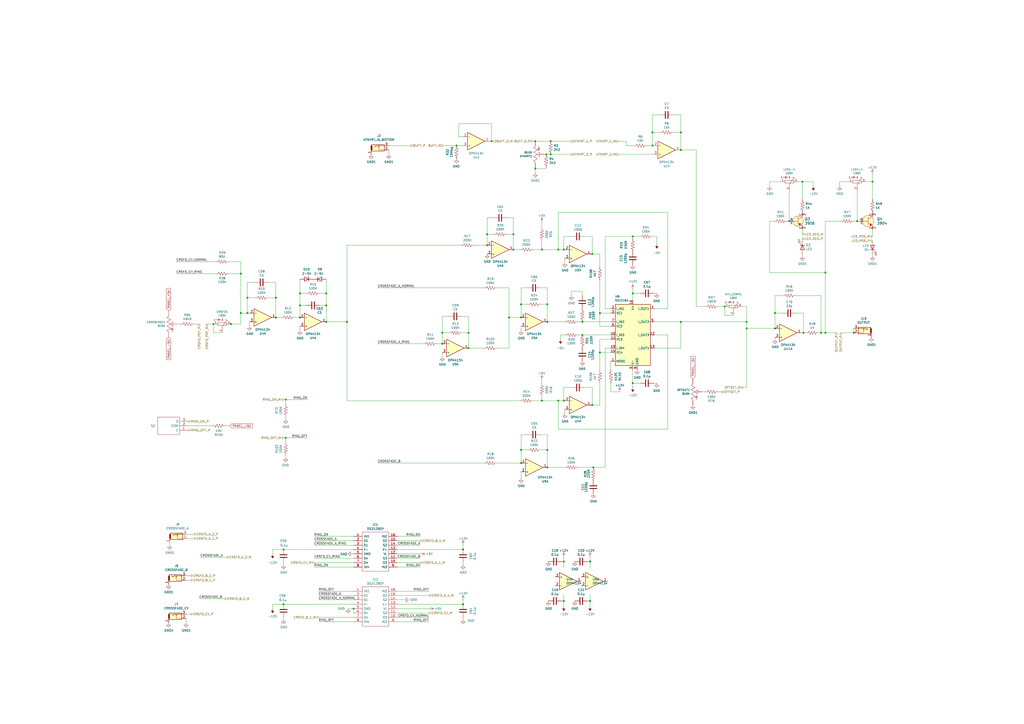
<source format=kicad_sch>
(kicad_sch (version 20210406) (generator eeschema)
  (paper "A2")
  (title_block (title "Voltage Processor") (date "2021-05-28") (rev "6") (company "Triglav Modular") (comment 1 "Voltage Processor Block"))
  (junction (at 123.825 187.96) (diameter 0.9144))
  (junction (at 133.985 187.96) (diameter 0.9144))
  (junction (at 139.7 158.75) (diameter 0.9144))
  (junction (at 139.7 181.61) (diameter 0.9144))
  (junction (at 143.51 172.72) (diameter 0.9144))
  (junction (at 143.51 181.61) (diameter 0.9144))
  (junction (at 160.02 172.72) (diameter 0.9144))
  (junction (at 160.02 184.15) (diameter 0.9144))
  (junction (at 164.465 318.77) (diameter 0.9144))
  (junction (at 164.465 350.52) (diameter 0.9144))
  (junction (at 165.735 231.775) (diameter 0.9144))
  (junction (at 165.735 254) (diameter 0.9144))
  (junction (at 173.99 170.18) (diameter 0.9144))
  (junction (at 173.99 177.165) (diameter 0.9144))
  (junction (at 173.99 184.15) (diameter 0.9144))
  (junction (at 189.23 170.18) (diameter 0.9144))
  (junction (at 189.23 177.165) (diameter 0.9144))
  (junction (at 189.23 186.69) (diameter 0.9144))
  (junction (at 201.295 186.69) (diameter 0.9144))
  (junction (at 205.105 353.06) (diameter 0.9144))
  (junction (at 256.54 193.04) (diameter 0.9144))
  (junction (at 256.54 199.39) (diameter 0.9144))
  (junction (at 264.795 84.455) (diameter 0.9144))
  (junction (at 268.605 318.77) (diameter 0.9144))
  (junction (at 268.605 350.52) (diameter 0.9144))
  (junction (at 271.78 193.04) (diameter 0.9144))
  (junction (at 271.78 201.93) (diameter 0.9144))
  (junction (at 282.575 135.89) (diameter 0.9144))
  (junction (at 282.575 142.24) (diameter 0.9144))
  (junction (at 285.115 81.915) (diameter 0.9144))
  (junction (at 295.275 184.15) (diameter 0.9144))
  (junction (at 297.815 135.89) (diameter 0.9144))
  (junction (at 297.815 144.78) (diameter 0.9144))
  (junction (at 302.26 176.53) (diameter 0.9144))
  (junction (at 302.26 184.15) (diameter 0.9144))
  (junction (at 302.26 260.985) (diameter 0.9144))
  (junction (at 302.26 268.605) (diameter 0.9144))
  (junction (at 310.515 81.915) (diameter 0.9144))
  (junction (at 310.515 97.79) (diameter 0.9144))
  (junction (at 314.325 144.78) (diameter 0.9144))
  (junction (at 314.325 232.41) (diameter 0.9144))
  (junction (at 316.865 89.535) (diameter 0.9144))
  (junction (at 317.5 176.53) (diameter 0.9144))
  (junction (at 317.5 186.69) (diameter 0.9144))
  (junction (at 317.5 260.985) (diameter 0.9144))
  (junction (at 317.5 271.145) (diameter 0.9144))
  (junction (at 319.405 81.915) (diameter 0.9144))
  (junction (at 319.405 89.535) (diameter 0.9144))
  (junction (at 323.85 144.78) (diameter 0.9144))
  (junction (at 323.85 232.41) (diameter 0.9144))
  (junction (at 327.025 144.78) (diameter 0.9144))
  (junction (at 327.025 232.41) (diameter 0.9144))
  (junction (at 327.025 325.755) (diameter 0.9144))
  (junction (at 327.025 348.615) (diameter 0.9144))
  (junction (at 337.82 186.69) (diameter 0.9144))
  (junction (at 337.82 194.31) (diameter 0.9144))
  (junction (at 342.265 325.755) (diameter 0.9144))
  (junction (at 342.265 348.615) (diameter 0.9144))
  (junction (at 343.535 147.32) (diameter 0.9144))
  (junction (at 343.535 234.95) (diameter 0.9144))
  (junction (at 344.17 271.145) (diameter 0.9144))
  (junction (at 347.98 181.61) (diameter 0.9144))
  (junction (at 347.98 204.47) (diameter 0.9144))
  (junction (at 367.03 137.16) (diameter 0.9144))
  (junction (at 367.03 170.18) (diameter 0.9144))
  (junction (at 367.03 222.25) (diameter 0.9144))
  (junction (at 378.46 76.835) (diameter 0.9144))
  (junction (at 378.46 84.455) (diameter 0.9144))
  (junction (at 394.97 76.835) (diameter 0.9144))
  (junction (at 394.97 86.995) (diameter 0.9144))
  (junction (at 394.97 186.69) (diameter 0.9144))
  (junction (at 420.37 177.8) (diameter 0.9144))
  (junction (at 433.07 186.69) (diameter 0.9144))
  (junction (at 433.07 190.5) (diameter 0.9144))
  (junction (at 449.58 181.61) (diameter 0.9144))
  (junction (at 449.58 190.5) (diameter 0.9144))
  (junction (at 457.835 128.27) (diameter 0.9144))
  (junction (at 465.455 105.41) (diameter 0.9144))
  (junction (at 466.09 193.04) (diameter 0.9144))
  (junction (at 476.25 193.04) (diameter 0.9144))
  (junction (at 478.79 158.115) (diameter 0.9144))
  (junction (at 478.79 193.04) (diameter 0.9144))
  (junction (at 495.3 193.04) (diameter 0.9144))
  (junction (at 497.205 128.27) (diameter 0.9144))
  (junction (at 506.095 105.41) (diameter 0.9144))
  (wire (pts (xy 98.425 314.96) (xy 98.425 316.23)))
  (wire (pts (xy 102.235 151.765) (xy 125.095 151.765)))
  (wire (pts (xy 102.235 158.75) (xy 125.095 158.75)))
  (wire (pts (xy 104.775 187.96) (xy 102.87 187.96)))
  (wire (pts (xy 107.95 356.235) (xy 110.49 356.235)))
  (wire (pts (xy 107.95 358.775) (xy 107.95 361.315)))
  (wire (pts (xy 110.49 334.01) (xy 107.95 334.01)))
  (wire (pts (xy 110.49 336.55) (xy 107.95 336.55)))
  (wire (pts (xy 112.395 309.88) (xy 108.585 309.88)))
  (wire (pts (xy 112.395 312.42) (xy 108.585 312.42)))
  (wire (pts (xy 115.57 187.96) (xy 112.395 187.96)))
  (wire (pts (xy 115.57 347.345) (xy 130.175 347.345)))
  (wire (pts (xy 116.205 323.215) (xy 131.445 323.215)))
  (wire (pts (xy 120.015 187.96) (xy 123.825 187.96)))
  (wire (pts (xy 123.19 247.015) (xy 109.22 247.015)))
  (wire (pts (xy 123.825 187.96) (xy 123.825 193.04)))
  (wire (pts (xy 128.905 193.04) (xy 123.825 193.04)))
  (wire (pts (xy 132.715 151.765) (xy 139.7 151.765)))
  (wire (pts (xy 132.715 158.75) (xy 139.7 158.75)))
  (wire (pts (xy 133.35 187.96) (xy 133.985 187.96)))
  (wire (pts (xy 133.35 247.015) (xy 130.81 247.015)))
  (wire (pts (xy 133.985 187.96) (xy 139.7 187.96)))
  (wire (pts (xy 139.7 151.765) (xy 139.7 158.75)))
  (wire (pts (xy 139.7 158.75) (xy 139.7 181.61)))
  (wire (pts (xy 139.7 181.61) (xy 139.7 187.96)))
  (wire (pts (xy 143.51 163.83) (xy 143.51 172.72)))
  (wire (pts (xy 143.51 172.72) (xy 143.51 181.61)))
  (wire (pts (xy 143.51 181.61) (xy 139.7 181.61)))
  (wire (pts (xy 144.78 181.61) (xy 143.51 181.61)))
  (wire (pts (xy 144.78 189.23) (xy 144.78 186.69)))
  (wire (pts (xy 147.955 163.83) (xy 143.51 163.83)))
  (wire (pts (xy 147.955 172.72) (xy 143.51 172.72)))
  (wire (pts (xy 155.575 163.83) (xy 160.02 163.83)))
  (wire (pts (xy 155.575 172.72) (xy 160.02 172.72)))
  (wire (pts (xy 158.115 318.77) (xy 158.115 321.31)))
  (wire (pts (xy 158.115 318.77) (xy 164.465 318.77)))
  (wire (pts (xy 158.115 350.52) (xy 158.115 353.06)))
  (wire (pts (xy 158.115 350.52) (xy 164.465 350.52)))
  (wire (pts (xy 160.02 163.83) (xy 160.02 172.72)))
  (wire (pts (xy 160.02 172.72) (xy 160.02 184.15)))
  (wire (pts (xy 163.195 184.15) (xy 160.02 184.15)))
  (wire (pts (xy 164.465 231.775) (xy 165.735 231.775)))
  (wire (pts (xy 164.465 318.77) (xy 205.105 318.77)))
  (wire (pts (xy 164.465 327.66) (xy 164.465 326.39)))
  (wire (pts (xy 164.465 350.52) (xy 205.105 350.52)))
  (wire (pts (xy 164.465 359.41) (xy 164.465 358.14)))
  (wire (pts (xy 165.735 231.775) (xy 178.435 231.775)))
  (wire (pts (xy 165.735 234.315) (xy 165.735 231.775)))
  (wire (pts (xy 165.735 243.205) (xy 165.735 241.935)))
  (wire (pts (xy 165.735 254) (xy 164.465 254)))
  (wire (pts (xy 165.735 256.54) (xy 165.735 254)))
  (wire (pts (xy 165.735 265.43) (xy 165.735 264.16)))
  (wire (pts (xy 170.815 184.15) (xy 173.99 184.15)))
  (wire (pts (xy 173.99 161.925) (xy 173.99 170.18)))
  (wire (pts (xy 173.99 170.18) (xy 173.99 177.165)))
  (wire (pts (xy 173.99 177.165) (xy 177.8 177.165)))
  (wire (pts (xy 173.99 184.15) (xy 173.99 177.165)))
  (wire (pts (xy 173.99 191.77) (xy 173.99 189.23)))
  (wire (pts (xy 177.8 170.18) (xy 173.99 170.18)))
  (wire (pts (xy 178.435 254) (xy 165.735 254)))
  (wire (pts (xy 182.245 311.15) (xy 205.105 311.15)))
  (wire (pts (xy 182.245 313.69) (xy 205.105 313.69)))
  (wire (pts (xy 182.245 316.23) (xy 205.105 316.23)))
  (wire (pts (xy 182.245 323.85) (xy 205.105 323.85)))
  (wire (pts (xy 182.245 326.39) (xy 205.105 326.39)))
  (wire (pts (xy 182.245 328.93) (xy 205.105 328.93)))
  (wire (pts (xy 184.785 342.9) (xy 205.105 342.9)))
  (wire (pts (xy 184.785 345.44) (xy 205.105 345.44)))
  (wire (pts (xy 184.785 347.98) (xy 205.105 347.98)))
  (wire (pts (xy 184.785 358.14) (xy 205.105 358.14)))
  (wire (pts (xy 184.785 360.68) (xy 205.105 360.68)))
  (wire (pts (xy 185.42 170.18) (xy 189.23 170.18)))
  (wire (pts (xy 185.42 177.165) (xy 189.23 177.165)))
  (wire (pts (xy 189.23 161.925) (xy 189.23 170.18)))
  (wire (pts (xy 189.23 170.18) (xy 189.23 177.165)))
  (wire (pts (xy 189.23 177.165) (xy 189.23 186.69)))
  (wire (pts (xy 189.23 186.69) (xy 201.295 186.69)))
  (wire (pts (xy 201.295 142.24) (xy 201.295 186.69)))
  (wire (pts (xy 201.295 142.24) (xy 267.335 142.24)))
  (wire (pts (xy 201.295 186.69) (xy 201.295 232.41)))
  (wire (pts (xy 201.295 232.41) (xy 301.625 232.41)))
  (wire (pts (xy 201.93 353.06) (xy 205.105 353.06)))
  (wire (pts (xy 204.47 321.31) (xy 205.105 321.31)))
  (wire (pts (xy 205.105 353.06) (xy 205.105 355.6)))
  (wire (pts (xy 219.075 167.005) (xy 280.67 167.005)))
  (wire (pts (xy 219.075 199.39) (xy 245.745 199.39)))
  (wire (pts (xy 219.075 268.605) (xy 280.67 268.605)))
  (wire (pts (xy 225.425 84.455) (xy 238.125 84.455)))
  (wire (pts (xy 225.425 86.995) (xy 225.425 89.535)))
  (wire (pts (xy 230.505 318.77) (xy 268.605 318.77)))
  (wire (pts (xy 230.505 326.39) (xy 243.84 326.39)))
  (wire (pts (xy 230.505 345.44) (xy 248.92 345.44)))
  (wire (pts (xy 230.505 347.98) (xy 234.315 347.98)))
  (wire (pts (xy 230.505 350.52) (xy 268.605 350.52)))
  (wire (pts (xy 243.84 311.15) (xy 230.505 311.15)))
  (wire (pts (xy 243.84 313.69) (xy 230.505 313.69)))
  (wire (pts (xy 243.84 316.23) (xy 230.505 316.23)))
  (wire (pts (xy 243.84 321.31) (xy 230.505 321.31)))
  (wire (pts (xy 243.84 323.85) (xy 230.505 323.85)))
  (wire (pts (xy 243.84 328.93) (xy 230.505 328.93)))
  (wire (pts (xy 248.92 342.9) (xy 230.505 342.9)))
  (wire (pts (xy 248.92 353.06) (xy 230.505 353.06)))
  (wire (pts (xy 248.92 355.6) (xy 230.505 355.6)))
  (wire (pts (xy 248.92 358.14) (xy 230.505 358.14)))
  (wire (pts (xy 248.92 360.68) (xy 230.505 360.68)))
  (wire (pts (xy 253.365 199.39) (xy 256.54 199.39)))
  (wire (pts (xy 256.54 183.515) (xy 256.54 193.04)))
  (wire (pts (xy 256.54 193.04) (xy 260.35 193.04)))
  (wire (pts (xy 256.54 199.39) (xy 256.54 193.04)))
  (wire (pts (xy 256.54 207.01) (xy 256.54 204.47)))
  (wire (pts (xy 257.175 84.455) (xy 264.795 84.455)))
  (wire (pts (xy 260.35 183.515) (xy 256.54 183.515)))
  (wire (pts (xy 264.795 84.455) (xy 268.605 84.455)))
  (wire (pts (xy 266.065 71.755) (xy 285.115 71.755)))
  (wire (pts (xy 266.065 79.375) (xy 266.065 71.755)))
  (wire (pts (xy 267.97 183.515) (xy 271.78 183.515)))
  (wire (pts (xy 267.97 193.04) (xy 271.78 193.04)))
  (wire (pts (xy 268.605 79.375) (xy 266.065 79.375)))
  (wire (pts (xy 268.605 316.23) (xy 268.605 318.77)))
  (wire (pts (xy 268.605 327.66) (xy 268.605 326.39)))
  (wire (pts (xy 268.605 347.98) (xy 268.605 350.52)))
  (wire (pts (xy 268.605 359.41) (xy 268.605 358.14)))
  (wire (pts (xy 271.78 183.515) (xy 271.78 193.04)))
  (wire (pts (xy 271.78 193.04) (xy 271.78 201.93)))
  (wire (pts (xy 271.78 201.93) (xy 280.67 201.93)))
  (wire (pts (xy 274.955 142.24) (xy 282.575 142.24)))
  (wire (pts (xy 282.575 126.365) (xy 282.575 135.89)))
  (wire (pts (xy 282.575 135.89) (xy 286.385 135.89)))
  (wire (pts (xy 282.575 142.24) (xy 282.575 135.89)))
  (wire (pts (xy 283.845 81.915) (xy 285.115 81.915)))
  (wire (pts (xy 285.115 71.755) (xy 285.115 81.915)))
  (wire (pts (xy 285.115 81.915) (xy 286.385 81.915)))
  (wire (pts (xy 286.385 126.365) (xy 282.575 126.365)))
  (wire (pts (xy 288.29 167.005) (xy 295.275 167.005)))
  (wire (pts (xy 288.29 201.93) (xy 295.275 201.93)))
  (wire (pts (xy 288.29 268.605) (xy 302.26 268.605)))
  (wire (pts (xy 294.005 126.365) (xy 297.815 126.365)))
  (wire (pts (xy 294.005 135.89) (xy 297.815 135.89)))
  (wire (pts (xy 295.275 167.005) (xy 295.275 184.15)))
  (wire (pts (xy 295.275 184.15) (xy 295.275 201.93)))
  (wire (pts (xy 295.275 184.15) (xy 302.26 184.15)))
  (wire (pts (xy 297.815 126.365) (xy 297.815 135.89)))
  (wire (pts (xy 297.815 135.89) (xy 297.815 144.78)))
  (wire (pts (xy 297.815 144.78) (xy 301.625 144.78)))
  (wire (pts (xy 302.26 167.005) (xy 302.26 176.53)))
  (wire (pts (xy 302.26 176.53) (xy 302.26 184.15)))
  (wire (pts (xy 302.26 191.77) (xy 302.26 189.23)))
  (wire (pts (xy 302.26 252.095) (xy 302.26 260.985)))
  (wire (pts (xy 302.26 260.985) (xy 302.26 268.605)))
  (wire (pts (xy 302.26 277.495) (xy 302.26 273.685)))
  (wire (pts (xy 306.07 167.005) (xy 302.26 167.005)))
  (wire (pts (xy 306.07 176.53) (xy 302.26 176.53)))
  (wire (pts (xy 306.07 252.095) (xy 302.26 252.095)))
  (wire (pts (xy 306.07 260.985) (xy 302.26 260.985)))
  (wire (pts (xy 309.245 81.915) (xy 310.515 81.915)))
  (wire (pts (xy 309.245 232.41) (xy 314.325 232.41)))
  (wire (pts (xy 310.515 81.915) (xy 319.405 81.915)))
  (wire (pts (xy 310.515 97.79) (xy 310.515 97.155)))
  (wire (pts (xy 310.515 97.79) (xy 316.865 97.79)))
  (wire (pts (xy 310.515 100.33) (xy 310.515 97.79)))
  (wire (pts (xy 313.69 167.005) (xy 317.5 167.005)))
  (wire (pts (xy 313.69 176.53) (xy 317.5 176.53)))
  (wire (pts (xy 313.69 252.095) (xy 317.5 252.095)))
  (wire (pts (xy 313.69 260.985) (xy 317.5 260.985)))
  (wire (pts (xy 314.325 128.905) (xy 314.325 132.08)))
  (wire (pts (xy 314.325 139.7) (xy 314.325 144.78)))
  (wire (pts (xy 314.325 144.78) (xy 309.245 144.78)))
  (wire (pts (xy 314.325 144.78) (xy 323.85 144.78)))
  (wire (pts (xy 314.325 220.345) (xy 314.325 222.25)))
  (wire (pts (xy 314.325 229.87) (xy 314.325 232.41)))
  (wire (pts (xy 314.325 232.41) (xy 323.85 232.41)))
  (wire (pts (xy 315.595 89.535) (xy 316.865 89.535)))
  (wire (pts (xy 316.865 89.535) (xy 319.405 89.535)))
  (wire (pts (xy 316.865 97.155) (xy 316.865 97.79)))
  (wire (pts (xy 317.5 167.005) (xy 317.5 176.53)))
  (wire (pts (xy 317.5 176.53) (xy 317.5 186.69)))
  (wire (pts (xy 317.5 186.69) (xy 327.66 186.69)))
  (wire (pts (xy 317.5 252.095) (xy 317.5 260.985)))
  (wire (pts (xy 317.5 260.985) (xy 317.5 271.145)))
  (wire (pts (xy 317.5 271.145) (xy 327.66 271.145)))
  (wire (pts (xy 319.405 81.915) (xy 330.835 81.915)))
  (wire (pts (xy 319.405 89.535) (xy 330.835 89.535)))
  (wire (pts (xy 323.85 123.19) (xy 323.85 144.78)))
  (wire (pts (xy 323.85 144.78) (xy 327.025 144.78)))
  (wire (pts (xy 323.85 232.41) (xy 327.025 232.41)))
  (wire (pts (xy 323.85 248.92) (xy 323.85 232.41)))
  (wire (pts (xy 323.85 248.92) (xy 387.35 248.92)))
  (wire (pts (xy 325.12 194.31) (xy 325.12 196.85)))
  (wire (pts (xy 325.12 194.31) (xy 327.66 194.31)))
  (wire (pts (xy 325.755 325.755) (xy 327.025 325.755)))
  (wire (pts (xy 325.755 348.615) (xy 327.025 348.615)))
  (wire (pts (xy 327.025 137.16) (xy 327.025 144.78)))
  (wire (pts (xy 327.025 144.78) (xy 327.66 144.78)))
  (wire (pts (xy 327.025 224.79) (xy 327.025 232.41)))
  (wire (pts (xy 327.025 232.41) (xy 327.66 232.41)))
  (wire (pts (xy 327.025 323.215) (xy 327.025 325.755)))
  (wire (pts (xy 327.025 325.755) (xy 327.025 329.565)))
  (wire (pts (xy 327.025 344.805) (xy 327.025 348.615)))
  (wire (pts (xy 327.025 348.615) (xy 327.025 351.79)))
  (wire (pts (xy 327.66 152.4) (xy 327.66 149.86)))
  (wire (pts (xy 327.66 240.03) (xy 327.66 237.49)))
  (wire (pts (xy 331.47 137.16) (xy 327.025 137.16)))
  (wire (pts (xy 331.47 168.91) (xy 337.82 168.91)))
  (wire (pts (xy 331.47 171.45) (xy 331.47 168.91)))
  (wire (pts (xy 331.47 224.79) (xy 327.025 224.79)))
  (wire (pts (xy 335.28 186.69) (xy 337.82 186.69)))
  (wire (pts (xy 335.28 194.31) (xy 337.82 194.31)))
  (wire (pts (xy 335.28 271.145) (xy 344.17 271.145)))
  (wire (pts (xy 337.82 168.91) (xy 337.82 171.45)))
  (wire (pts (xy 337.82 186.69) (xy 354.33 186.69)))
  (wire (pts (xy 337.82 194.31) (xy 354.33 194.31)))
  (wire (pts (xy 339.09 137.16) (xy 343.535 137.16)))
  (wire (pts (xy 339.09 224.79) (xy 343.535 224.79)))
  (wire (pts (xy 340.995 325.755) (xy 342.265 325.755)))
  (wire (pts (xy 340.995 348.615) (xy 342.265 348.615)))
  (wire (pts (xy 342.265 323.215) (xy 342.265 325.755)))
  (wire (pts (xy 342.265 325.755) (xy 342.265 329.565)))
  (wire (pts (xy 342.265 344.805) (xy 342.265 348.615)))
  (wire (pts (xy 342.265 348.615) (xy 342.265 351.79)))
  (wire (pts (xy 342.9 147.32) (xy 343.535 147.32)))
  (wire (pts (xy 343.535 137.16) (xy 343.535 147.32)))
  (wire (pts (xy 343.535 147.32) (xy 347.98 147.32)))
  (wire (pts (xy 343.535 224.79) (xy 343.535 234.95)))
  (wire (pts (xy 343.535 234.95) (xy 342.9 234.95)))
  (wire (pts (xy 343.535 234.95) (xy 347.98 234.95)))
  (wire (pts (xy 344.17 271.145) (xy 351.155 271.145)))
  (wire (pts (xy 347.98 147.32) (xy 347.98 154.94)))
  (wire (pts (xy 347.98 162.56) (xy 347.98 181.61)))
  (wire (pts (xy 347.98 181.61) (xy 347.98 189.23)))
  (wire (pts (xy 347.98 181.61) (xy 354.33 181.61)))
  (wire (pts (xy 347.98 189.23) (xy 354.33 189.23)))
  (wire (pts (xy 347.98 196.85) (xy 354.33 196.85)))
  (wire (pts (xy 347.98 204.47) (xy 347.98 196.85)))
  (wire (pts (xy 347.98 204.47) (xy 354.33 204.47)))
  (wire (pts (xy 347.98 214.63) (xy 347.98 204.47)))
  (wire (pts (xy 347.98 234.95) (xy 347.98 222.25)))
  (wire (pts (xy 351.155 137.16) (xy 351.155 179.07)))
  (wire (pts (xy 351.155 137.16) (xy 367.03 137.16)))
  (wire (pts (xy 351.155 179.07) (xy 354.33 179.07)))
  (wire (pts (xy 351.155 201.93) (xy 354.33 201.93)))
  (wire (pts (xy 351.155 271.145) (xy 351.155 201.93)))
  (wire (pts (xy 354.33 214.63) (xy 354.33 209.55)))
  (wire (pts (xy 354.33 222.25) (xy 354.33 227.33)))
  (wire (pts (xy 354.33 227.33) (xy 359.41 227.33)))
  (wire (pts (xy 358.775 81.915) (xy 363.22 81.915)))
  (wire (pts (xy 358.775 89.535) (xy 379.095 89.535)))
  (wire (pts (xy 363.22 84.455) (xy 363.22 81.915)))
  (wire (pts (xy 367.03 138.43) (xy 367.03 137.16)))
  (wire (pts (xy 367.03 167.64) (xy 367.03 170.18)))
  (wire (pts (xy 367.03 170.18) (xy 367.03 173.99)))
  (wire (pts (xy 367.03 222.25) (xy 367.03 214.63)))
  (wire (pts (xy 367.03 224.79) (xy 367.03 222.25)))
  (wire (pts (xy 367.665 84.455) (xy 363.22 84.455)))
  (wire (pts (xy 370.84 137.16) (xy 367.03 137.16)))
  (wire (pts (xy 371.475 170.18) (xy 367.03 170.18)))
  (wire (pts (xy 371.475 222.25) (xy 367.03 222.25)))
  (wire (pts (xy 378.46 66.675) (xy 378.46 76.835)))
  (wire (pts (xy 378.46 76.835) (xy 382.905 76.835)))
  (wire (pts (xy 378.46 84.455) (xy 375.285 84.455)))
  (wire (pts (xy 378.46 84.455) (xy 378.46 76.835)))
  (wire (pts (xy 378.46 137.16) (xy 381 137.16)))
  (wire (pts (xy 379.095 84.455) (xy 378.46 84.455)))
  (wire (pts (xy 379.095 170.18) (xy 381 170.18)))
  (wire (pts (xy 379.73 179.07) (xy 387.35 179.07)))
  (wire (pts (xy 379.73 186.69) (xy 394.97 186.69)))
  (wire (pts (xy 379.73 201.93) (xy 394.97 201.93)))
  (wire (pts (xy 381 137.16) (xy 381 141.605)))
  (wire (pts (xy 381 222.25) (xy 379.095 222.25)))
  (wire (pts (xy 382.905 66.675) (xy 378.46 66.675)))
  (wire (pts (xy 387.35 123.19) (xy 323.85 123.19)))
  (wire (pts (xy 387.35 179.07) (xy 387.35 123.19)))
  (wire (pts (xy 387.35 194.31) (xy 379.73 194.31)))
  (wire (pts (xy 387.35 248.92) (xy 387.35 194.31)))
  (wire (pts (xy 390.525 66.675) (xy 394.97 66.675)))
  (wire (pts (xy 390.525 76.835) (xy 394.97 76.835)))
  (wire (pts (xy 394.335 86.995) (xy 394.97 86.995)))
  (wire (pts (xy 394.97 66.675) (xy 394.97 76.835)))
  (wire (pts (xy 394.97 76.835) (xy 394.97 86.995)))
  (wire (pts (xy 394.97 86.995) (xy 403.86 86.995)))
  (wire (pts (xy 394.97 186.69) (xy 433.07 186.69)))
  (wire (pts (xy 394.97 201.93) (xy 394.97 186.69)))
  (wire (pts (xy 403.86 86.995) (xy 403.86 177.8)))
  (wire (pts (xy 403.86 177.8) (xy 408.94 177.8)))
  (wire (pts (xy 408.94 227.33) (xy 407.035 227.33)))
  (wire (pts (xy 416.56 177.8) (xy 420.37 177.8)))
  (wire (pts (xy 418.465 227.33) (xy 416.56 227.33)))
  (wire (pts (xy 420.37 177.8) (xy 420.37 182.88)))
  (wire (pts (xy 425.45 182.88) (xy 420.37 182.88)))
  (wire (pts (xy 430.53 177.8) (xy 433.07 177.8)))
  (wire (pts (xy 433.07 177.8) (xy 433.07 186.69)))
  (wire (pts (xy 433.07 186.69) (xy 433.07 190.5)))
  (wire (pts (xy 433.07 190.5) (xy 433.07 224.79)))
  (wire (pts (xy 433.07 190.5) (xy 449.58 190.5)))
  (wire (pts (xy 433.07 224.79) (xy 431.165 224.79)))
  (wire (pts (xy 446.405 105.41) (xy 446.405 107.95)))
  (wire (pts (xy 446.405 105.41) (xy 452.755 105.41)))
  (wire (pts (xy 446.405 128.27) (xy 446.405 158.115)))
  (wire (pts (xy 446.405 128.27) (xy 448.945 128.27)))
  (wire (pts (xy 446.405 158.115) (xy 478.79 158.115)))
  (wire (pts (xy 449.58 171.45) (xy 449.58 181.61)))
  (wire (pts (xy 449.58 181.61) (xy 449.58 190.5)))
  (wire (pts (xy 449.58 181.61) (xy 454.025 181.61)))
  (wire (pts (xy 449.58 195.58) (xy 449.58 196.85)))
  (wire (pts (xy 454.025 171.45) (xy 449.58 171.45)))
  (wire (pts (xy 456.565 128.27) (xy 457.835 128.27)))
  (wire (pts (xy 457.835 110.49) (xy 457.835 128.27)))
  (wire (pts (xy 461.645 171.45) (xy 476.25 171.45)))
  (wire (pts (xy 461.645 181.61) (xy 466.09 181.61)))
  (wire (pts (xy 462.915 105.41) (xy 465.455 105.41)))
  (wire (pts (xy 464.82 193.04) (xy 466.09 193.04)))
  (wire (pts (xy 465.455 105.41) (xy 465.455 115.57)))
  (wire (pts (xy 465.455 105.41) (xy 471.805 105.41)))
  (wire (pts (xy 465.455 135.89) (xy 465.455 133.35)))
  (wire (pts (xy 465.455 138.43) (xy 465.455 139.7)))
  (wire (pts (xy 465.455 148.59) (xy 465.455 147.32)))
  (wire (pts (xy 466.09 181.61) (xy 466.09 193.04)))
  (wire (pts (xy 467.36 193.04) (xy 466.09 193.04)))
  (wire (pts (xy 471.805 105.41) (xy 471.805 107.95)))
  (wire (pts (xy 474.98 193.04) (xy 476.25 193.04)))
  (wire (pts (xy 476.25 171.45) (xy 476.25 193.04)))
  (wire (pts (xy 476.25 193.04) (xy 478.79 193.04)))
  (wire (pts (xy 478.79 128.27) (xy 478.79 158.115)))
  (wire (pts (xy 478.79 128.27) (xy 487.68 128.27)))
  (wire (pts (xy 478.79 158.115) (xy 478.79 193.04)))
  (wire (pts (xy 478.79 193.04) (xy 485.14 193.04)))
  (wire (pts (xy 487.045 105.41) (xy 487.045 107.95)))
  (wire (pts (xy 487.68 193.04) (xy 495.3 193.04)))
  (wire (pts (xy 492.125 105.41) (xy 487.045 105.41)))
  (wire (pts (xy 495.3 128.27) (xy 497.205 128.27)))
  (wire (pts (xy 495.3 190.5) (xy 495.3 193.04)))
  (wire (pts (xy 497.205 110.49) (xy 497.205 128.27)))
  (wire (pts (xy 497.205 128.27) (xy 498.475 128.27)))
  (wire (pts (xy 502.285 105.41) (xy 506.095 105.41)))
  (wire (pts (xy 506.095 100.965) (xy 506.095 105.41)))
  (wire (pts (xy 506.095 105.41) (xy 506.095 115.57)))
  (wire (pts (xy 506.095 133.35) (xy 506.095 137.16)))
  (wire (pts (xy 506.095 148.59) (xy 506.095 147.32)))
  (label "CRSFD_CV_NORMAL" (at 102.235 151.765 0))
  (label "CRSFD_CV_RING" (at 102.235 158.75 0))
  (label "CROSSFADE_B" (at 115.57 347.345 0))
  (label "CROSSFADE_A" (at 116.205 323.215 0))
  (label "RING_ON" (at 178.435 231.775 180))
  (label "RING_OFF" (at 178.435 254 180))
  (label "RING_ON" (at 182.245 311.15 0))
  (label "CROSSFADE_A" (at 182.245 313.69 0))
  (label "CROSSFADE_A_RING" (at 182.245 316.23 0))
  (label "CRSFD_CV_RING" (at 182.245 323.85 0))
  (label "RING_ON" (at 182.245 328.93 0))
  (label "RING_OFF" (at 184.785 342.9 0))
  (label "CROSSFADE_A" (at 184.785 345.44 0))
  (label "CROSSFADE_A_NORMAL" (at 184.785 347.98 0))
  (label "RING_OFF" (at 184.785 360.68 0))
  (label "CROSSFADE_A_NORMAL" (at 219.075 167.005 0))
  (label "CROSSFADE_A_RING" (at 219.075 199.39 0))
  (label "CROSSFADE_B" (at 219.075 268.605 0))
  (label "RING_ON" (at 243.84 311.15 180))
  (label "CROSSFADE_A" (at 243.84 316.23 180))
  (label "CROSSFADE_B" (at 243.84 323.85 180))
  (label "RING_ON" (at 243.84 328.93 180))
  (label "RING_OFF" (at 248.92 342.9 180))
  (label "CRSFD_CV_NORMAL" (at 248.92 358.14 180))
  (label "RING_OFF" (at 248.92 360.68 180))
  (global_label "PANEL_+5V" (shape input) (at 97.79 180.34 90) (property "Intersheet References" "${INTERSHEET_REFS}" (effects hide)))
  (global_label "PANEL_-5V" (shape input) (at 97.79 195.58 270) (property "Intersheet References" "${INTERSHEET_REFS}" (effects hide)))
  (global_label "PANEL_+5V" (shape input) (at 133.35 247.015 0) (property "Intersheet References" "${INTERSHEET_REFS}" (effects hide)))
  (global_label "PANEL_-5V" (shape input) (at 401.955 219.71 90) (property "Intersheet References" "${INTERSHEET_REFS}" (effects hide)))
  (hierarchical_label "RING_ON_P" (shape bidirectional) (at 109.22 244.475 0))
  (hierarchical_label "RING_OFF_P" (shape bidirectional) (at 109.22 249.555 0))
  (hierarchical_label "CRSFD_B_2_P" (shape bidirectional) (at 110.49 334.01 0))
  (hierarchical_label "CRSFD_B_1_P" (shape bidirectional) (at 110.49 336.55 0))
  (hierarchical_label "CRSFD_CV_P" (shape bidirectional) (at 110.49 356.235 0))
  (hierarchical_label "CRSFD_A_2_P" (shape bidirectional) (at 112.395 309.88 0))
  (hierarchical_label "CRSFD_A_1_P" (shape bidirectional) (at 112.395 312.42 0))
  (hierarchical_label "CRSFD_POT_P" (shape bidirectional) (at 115.57 187.96 270))
  (hierarchical_label "CRSFD_POT_M" (shape bidirectional) (at 120.015 187.96 270))
  (hierarchical_label "CRSFD_B_2_M" (shape bidirectional) (at 130.175 347.345 0))
  (hierarchical_label "CRSFD_A_2_M" (shape bidirectional) (at 131.445 323.215 0))
  (hierarchical_label "RING_ON_M" (shape bidirectional) (at 164.465 231.775 180))
  (hierarchical_label "RING_OFF_M" (shape bidirectional) (at 164.465 254 180))
  (hierarchical_label "CRSFD_CV_M" (shape bidirectional) (at 182.245 326.39 180))
  (hierarchical_label "CRSFD_B_1_M" (shape bidirectional) (at 184.785 358.14 180))
  (hierarchical_label "BUFF_P" (shape input) (at 238.125 84.455 0))
  (hierarchical_label "CRSFD_B_1_M" (shape bidirectional) (at 243.84 313.69 0))
  (hierarchical_label "CRSFD_A_1_M" (shape bidirectional) (at 243.84 326.39 0))
  (hierarchical_label "CRSFD_A_1_M" (shape bidirectional) (at 248.92 345.44 0))
  (hierarchical_label "CRSFD_CV_M" (shape bidirectional) (at 248.92 355.6 0))
  (hierarchical_label "BUFF_M" (shape input) (at 257.175 84.455 180))
  (hierarchical_label "BUFF_O_M" (shape input) (at 286.385 81.915 0))
  (hierarchical_label "BUFF_O_P" (shape input) (at 309.245 81.915 180))
  (hierarchical_label "ATNVRT_1_P" (shape input) (at 330.835 81.915 0))
  (hierarchical_label "ATNVRT_2_P" (shape input) (at 330.835 89.535 0))
  (hierarchical_label "ATNVRT_1_M" (shape input) (at 358.775 81.915 180))
  (hierarchical_label "ATNVRT_2_M" (shape input) (at 358.775 89.535 180))
  (hierarchical_label "OFFSET_P" (shape bidirectional) (at 418.465 227.33 0))
  (hierarchical_label "OFFSET_M" (shape bidirectional) (at 431.165 224.79 180))
  (hierarchical_label "LED_NEG_M" (shape bidirectional) (at 465.455 135.89 0))
  (hierarchical_label "LED_NEG_P" (shape bidirectional) (at 465.455 138.43 0))
  (hierarchical_label "OUTPUT_M" (shape bidirectional) (at 485.14 193.04 270))
  (hierarchical_label "OUTPUT_P" (shape bidirectional) (at 487.68 193.04 270))
  (hierarchical_label "LED_POS_M" (shape bidirectional) (at 506.095 137.16 180))
  (hierarchical_label "LED_POS_P" (shape bidirectional) (at 506.095 139.7 180))
  (symbol (lib_id "power:-12V") (at 158.115 321.31 180)
    (property "Reference" "#PWR0169" (effects hide))
    (property "Value" "-12V" (at 158.115 326.39 0))
  )
  (symbol (lib_id "power:-12V") (at 158.115 353.06 180)
    (property "Reference" "#PWR0163" (effects hide))
    (property "Value" "-12V" (at 158.115 357.505 0))
  )
  (symbol (lib_id "power:+5V") (at 243.84 321.31 270)
    (property "Reference" "#PWR0166" (effects hide))
    (property "Value" "+5V" (at 247.015 321.3099 90) (effects (justify left)))
  )
  (symbol (lib_id "power:+5V") (at 248.92 353.06 270)
    (property "Reference" "#PWR0167" (effects hide))
    (property "Value" "+5V" (at 252.095 353.0599 90) (effects (justify left)))
  )
  (symbol (lib_id "power:+12V") (at 268.605 316.23 0)
    (property "Reference" "#PWR0165" (effects hide))
    (property "Value" "+12V" (at 268.605 312.42 0))
  )
  (symbol (lib_id "power:+12V") (at 268.605 347.98 0)
    (property "Reference" "#PWR0164" (effects hide))
    (property "Value" "+12V" (at 268.605 344.17 0))
  )
  (symbol (lib_id "power:+5V") (at 314.325 128.905 0)
    (property "Reference" "#PWR0151" (effects hide))
    (property "Value" "+5V" (at 314.325 125.095 0))
  )
  (symbol (lib_id "power:+5V") (at 314.325 220.345 0)
    (property "Reference" "#PWR0150" (effects hide))
    (property "Value" "+5V" (at 314.325 216.535 0))
  )
  (symbol (lib_id "power:-5V") (at 325.12 196.85 180)
    (property "Reference" "#PWR0149" (effects hide))
    (property "Value" "-5V" (at 325.12 201.93 0))
  )
  (symbol (lib_id "power:+12V") (at 327.025 323.215 0)
    (property "Reference" "#PWR0132" (effects hide))
    (property "Value" "+12V" (at 327.025 319.405 0))
  )
  (symbol (lib_id "power:-12V") (at 327.025 351.79 180)
    (property "Reference" "#PWR0133" (effects hide))
    (property "Value" "-12V" (at 327.025 356.235 0))
  )
  (symbol (lib_id "power:+12V") (at 342.265 323.215 0)
    (property "Reference" "#PWR0131" (effects hide))
    (property "Value" "+12V" (at 342.265 319.405 0))
  )
  (symbol (lib_id "power:-12V") (at 342.265 351.79 180)
    (property "Reference" "#PWR0130" (effects hide))
    (property "Value" "-12V" (at 342.265 356.235 0))
  )
  (symbol (lib_id "power:+12V") (at 359.41 227.33 0)
    (property "Reference" "#PWR0141" (effects hide))
    (property "Value" "+12V" (at 359.41 223.52 0))
  )
  (symbol (lib_id "power:+12V") (at 367.03 167.64 0)
    (property "Reference" "#PWR0139" (effects hide))
    (property "Value" "+12V" (at 367.03 163.195 0))
  )
  (symbol (lib_id "power:-12V") (at 367.03 224.79 180)
    (property "Reference" "#PWR0140" (effects hide))
    (property "Value" "-12V" (at 367.03 229.235 0))
  )
  (symbol (lib_id "power:-5V") (at 381 141.605 180)
    (property "Reference" "#PWR0148" (effects hide))
    (property "Value" "-5V" (at 381 146.685 0))
  )
  (symbol (lib_id "power:-12V") (at 471.805 107.95 180)
    (property "Reference" "#PWR0142" (effects hide))
    (property "Value" "-12V" (at 471.805 112.395 0))
  )
  (symbol (lib_id "power:+12V") (at 506.095 100.965 0)
    (property "Reference" "#PWR0143" (effects hide))
    (property "Value" "+12V" (at 506.095 97.155 0))
  )
  (symbol (lib_id "voltage_processor-rescue:GND1-power") (at 97.79 339.09 0)
    (property "Reference" "#PWR031" (effects hide))
    (property "Value" "GND1" (at 97.917 343.4842 0))
  )
  (symbol (lib_id "voltage_processor-rescue:GND1-power") (at 97.79 361.315 0)
    (property "Reference" "#PWR020" (effects hide))
    (property "Value" "GND1" (at 97.917 365.7092 0))
  )
  (symbol (lib_id "voltage_processor-rescue:GND1-power") (at 98.425 316.23 0)
    (property "Reference" "#PWR030" (effects hide))
    (property "Value" "GND1" (at 98.552 320.6242 0))
  )
  (symbol (lib_id "voltage_processor-rescue:GND1-power") (at 107.95 361.315 0)
    (property "Reference" "#PWR0119" (effects hide))
    (property "Value" "GND1" (at 108.077 365.7092 0))
  )
  (symbol (lib_id "voltage_processor-rescue:GND-power") (at 144.78 189.23 0)
    (property "Reference" "#PWR021" (effects hide))
    (property "Value" "GND" (at 144.907 193.6242 0))
  )
  (symbol (lib_id "voltage_processor-rescue:GND-power") (at 164.465 327.66 0)
    (property "Reference" "#PWR089" (effects hide))
    (property "Value" "GND" (at 164.592 332.0542 0))
  )
  (symbol (lib_id "voltage_processor-rescue:GND-power") (at 164.465 359.41 0)
    (property "Reference" "#PWR090" (effects hide))
    (property "Value" "GND" (at 164.592 363.8042 0))
  )
  (symbol (lib_id "voltage_processor-rescue:GND-power") (at 165.735 243.205 0)
    (property "Reference" "#PWR07" (effects hide))
    (property "Value" "GND" (at 165.862 247.5992 0))
  )
  (symbol (lib_id "voltage_processor-rescue:GND-power") (at 165.735 265.43 0) (mirror y)
    (property "Reference" "#PWR08" (effects hide))
    (property "Value" "GND" (at 165.608 269.8242 0))
  )
  (symbol (lib_id "voltage_processor-rescue:GND-power") (at 173.99 191.77 0)
    (property "Reference" "#PWR025" (effects hide))
    (property "Value" "GND" (at 174.117 196.1642 0))
  )
  (symbol (lib_id "voltage_processor-rescue:GND-power") (at 201.93 353.06 0) (mirror y)
    (property "Reference" "#PWR0168" (effects hide))
    (property "Value" "GND" (at 197.993 353.0092 0))
  )
  (symbol (lib_id "voltage_processor-rescue:GND-power") (at 204.47 321.31 270)
    (property "Reference" "#PWR022" (effects hide))
    (property "Value" "GND" (at 199.4408 321.437 90))
  )
  (symbol (lib_id "voltage_processor-rescue:GND1-power") (at 215.265 89.535 0)
    (property "Reference" "#PWR0171" (effects hide))
    (property "Value" "GND1" (at 215.392 93.9292 0))
  )
  (symbol (lib_id "voltage_processor-rescue:GND1-power") (at 225.425 89.535 0)
    (property "Reference" "#PWR0172" (effects hide))
    (property "Value" "GND1" (at 225.552 93.9292 0))
  )
  (symbol (lib_id "voltage_processor-rescue:GND-power") (at 234.315 347.98 90)
    (property "Reference" "#PWR0120" (effects hide))
    (property "Value" "GND" (at 239.9792 347.853 90))
  )
  (symbol (lib_id "voltage_processor-rescue:GND-power") (at 256.54 207.01 0)
    (property "Reference" "#PWR024" (effects hide))
    (property "Value" "GND" (at 256.667 211.4042 0))
  )
  (symbol (lib_id "voltage_processor-rescue:GND-power") (at 264.795 92.075 0) (mirror y)
    (property "Reference" "#PWR0116" (effects hide))
    (property "Value" "GND" (at 264.668 96.4692 0))
  )
  (symbol (lib_id "voltage_processor-rescue:GND-power") (at 268.605 327.66 0)
    (property "Reference" "#PWR095" (effects hide))
    (property "Value" "GND" (at 268.732 332.0542 0))
  )
  (symbol (lib_id "voltage_processor-rescue:GND-power") (at 268.605 359.41 0)
    (property "Reference" "#PWR093" (effects hide))
    (property "Value" "GND" (at 273.177 359.9942 0))
  )
  (symbol (lib_id "voltage_processor-rescue:GND-power") (at 282.575 147.32 0)
    (property "Reference" "#PWR027" (effects hide))
    (property "Value" "GND" (at 282.702 151.7142 0))
  )
  (symbol (lib_id "voltage_processor-rescue:GND-power") (at 302.26 191.77 0)
    (property "Reference" "#PWR029" (effects hide))
    (property "Value" "GND" (at 302.387 196.1642 0))
  )
  (symbol (lib_id "voltage_processor-rescue:GND-power") (at 302.26 277.495 0)
    (property "Reference" "#PWR028" (effects hide))
    (property "Value" "GND" (at 302.387 281.8892 0))
  )
  (symbol (lib_id "voltage_processor-rescue:GND1-power") (at 310.515 100.33 0)
    (property "Reference" "#PWR0170" (effects hide))
    (property "Value" "GND1" (at 310.642 104.7242 0))
  )
  (symbol (lib_id "voltage_processor-rescue:GND-power") (at 318.135 325.755 0)
    (property "Reference" "#PWR046" (effects hide))
    (property "Value" "GND" (at 318.262 330.1492 0))
  )
  (symbol (lib_id "voltage_processor-rescue:GND-power") (at 318.135 348.615 0)
    (property "Reference" "#PWR047" (effects hide))
    (property "Value" "GND" (at 318.262 353.0092 0))
  )
  (symbol (lib_id "voltage_processor-rescue:GND-power") (at 327.66 152.4 0)
    (property "Reference" "#PWR032" (effects hide))
    (property "Value" "GND" (at 327.787 156.7942 0))
  )
  (symbol (lib_id "voltage_processor-rescue:GND-power") (at 327.66 240.03 0)
    (property "Reference" "#PWR026" (effects hide))
    (property "Value" "GND" (at 327.787 244.4242 0))
  )
  (symbol (lib_id "voltage_processor-rescue:GND-power") (at 331.47 171.45 0)
    (property "Reference" "#PWR034" (effects hide))
    (property "Value" "GND" (at 331.597 175.8442 0))
  )
  (symbol (lib_id "voltage_processor-rescue:GND-power") (at 333.375 325.755 0)
    (property "Reference" "#PWR049" (effects hide))
    (property "Value" "GND" (at 333.502 330.1492 0))
  )
  (symbol (lib_id "voltage_processor-rescue:GND-power") (at 333.375 348.615 0)
    (property "Reference" "#PWR050" (effects hide))
    (property "Value" "GND" (at 333.502 353.0092 0))
  )
  (symbol (lib_id "voltage_processor-rescue:GND-power") (at 337.82 209.55 0) (mirror y)
    (property "Reference" "#PWR035" (effects hide))
    (property "Value" "GND" (at 337.693 213.9442 0))
  )
  (symbol (lib_id "voltage_processor-rescue:GND-power") (at 344.17 286.385 0)
    (property "Reference" "#PWR033" (effects hide))
    (property "Value" "GND" (at 344.297 290.7792 0))
  )
  (symbol (lib_id "voltage_processor-rescue:GND-power") (at 367.03 153.67 0)
    (property "Reference" "#PWR036" (effects hide))
    (property "Value" "GND" (at 367.157 158.0642 0))
  )
  (symbol (lib_id "voltage_processor-rescue:GND-power") (at 369.57 214.63 0)
    (property "Reference" "#PWR037" (effects hide))
    (property "Value" "GND" (at 369.697 219.0242 0))
  )
  (symbol (lib_id "voltage_processor-rescue:GND-power") (at 381 170.18 0) (mirror y)
    (property "Reference" "#PWR096" (effects hide))
    (property "Value" "GND" (at 380.873 174.5742 0))
  )
  (symbol (lib_id "voltage_processor-rescue:GND-power") (at 381 222.25 0) (mirror y)
    (property "Reference" "#PWR097" (effects hide))
    (property "Value" "GND" (at 380.873 226.6442 0))
  )
  (symbol (lib_id "voltage_processor-rescue:GND1-power") (at 401.955 234.95 0)
    (property "Reference" "#PWR041" (effects hide))
    (property "Value" "GND1" (at 402.082 239.3442 0))
  )
  (symbol (lib_id "voltage_processor-rescue:GND-power") (at 446.405 107.95 0)
    (property "Reference" "#PWR042" (effects hide))
    (property "Value" "GND" (at 446.532 112.3442 0))
  )
  (symbol (lib_id "voltage_processor-rescue:GND-power") (at 449.58 196.85 0)
    (property "Reference" "#PWR0107" (effects hide))
    (property "Value" "GND" (at 449.707 201.2442 0))
  )
  (symbol (lib_id "voltage_processor-rescue:GND1-power") (at 465.455 148.59 0)
    (property "Reference" "#PWR043" (effects hide))
    (property "Value" "GND1" (at 465.582 152.9842 0))
  )
  (symbol (lib_id "voltage_processor-rescue:GND-power") (at 487.045 107.95 0)
    (property "Reference" "#PWR045" (effects hide))
    (property "Value" "GND" (at 487.172 112.3442 0))
  )
  (symbol (lib_id "voltage_processor-rescue:GND1-power") (at 505.46 195.58 0)
    (property "Reference" "#PWR0101" (effects hide))
    (property "Value" "GND1" (at 505.587 199.9742 0))
  )
  (symbol (lib_id "voltage_processor-rescue:GND1-power") (at 506.095 148.59 0)
    (property "Reference" "#PWR048" (effects hide))
    (property "Value" "GND1" (at 506.222 152.9842 0))
  )
  (symbol (lib_id "voltage_processor-rescue:OPA4134-Amplifier_Operational") (at 329.565 337.185 0)
    (property "Reference" "U4" (at 328.4982 336.0166 0) (effects (justify left)))
    (property "Value" "OPA4134" (at 328.4982 338.328 0) (effects (justify left)))
    (property "Footprint" "Package_SO:SOIC-14_3.9x8.7mm_P1.27mm" (effects hide))
    (property "Datasheet" "http://www.ti.com/lit/ds/symlink/opa134.pdf" (effects hide))
  )
  (symbol (lib_id "voltage_processor-rescue:OPA4134-Amplifier_Operational") (at 344.805 337.185 0)
    (property "Reference" "U5" (at 343.7382 336.0166 0) (effects (justify left)))
    (property "Value" "OPA4134" (at 343.7382 338.328 0) (effects (justify left)))
    (property "Footprint" "Package_SO:SOIC-14_3.9x8.7mm_P1.27mm" (effects hide))
    (property "Datasheet" "http://www.ti.com/lit/ds/symlink/opa134.pdf" (effects hide))
  )
  (symbol (lib_id "voltage_processor-rescue:R_US-Device") (at 108.585 187.96 270)
    (property "Reference" "R96" (at 108.585 182.753 90))
    (property "Value" "49K9" (at 108.585 185.0644 90))
    (property "Footprint" "Akiyuki:R_0805_2012Metric" (effects hide))
  )
  (symbol (lib_id "voltage_processor-rescue:R_US-Device") (at 127 247.015 90) (mirror x)
    (property "Reference" "R104" (at 127 252.222 90))
    (property "Value" "10K" (at 127 249.9106 90))
    (property "Footprint" "Akiyuki:R_0805_2012Metric" (effects hide))
  )
  (symbol (lib_id "voltage_processor-rescue:R_US-Device") (at 128.905 151.765 270)
    (property "Reference" "R39" (at 128.905 146.558 90))
    (property "Value" "80K" (at 128.905 148.8694 90))
    (property "Footprint" "Akiyuki:R_0805_2012Metric" (effects hide))
  )
  (symbol (lib_id "voltage_processor-rescue:R_US-Device") (at 128.905 158.75 90)
    (property "Reference" "R38" (at 128.905 161.417 90))
    (property "Value" "100K" (at 128.905 163.5506 90))
    (property "Footprint" "Akiyuki:R_0805_2012Metric" (effects hide))
  )
  (symbol (lib_id "voltage_processor-rescue:R_US-Device") (at 151.765 172.72 270)
    (property "Reference" "R10" (at 151.765 167.513 90))
    (property "Value" "100K" (at 151.765 169.8244 90))
    (property "Footprint" "Akiyuki:R_0805_2012Metric" (effects hide))
  )
  (symbol (lib_id "voltage_processor-rescue:R_US-Device") (at 165.735 238.125 180)
    (property "Reference" "R73" (at 160.528 238.125 90))
    (property "Value" "100K" (at 162.8394 238.125 90))
    (property "Footprint" "Akiyuki:R_0805_2012Metric" (effects hide))
  )
  (symbol (lib_id "voltage_processor-rescue:R_US-Device") (at 165.735 260.35 180)
    (property "Reference" "R103" (at 160.528 260.35 90))
    (property "Value" "100K" (at 162.8394 260.35 90))
    (property "Footprint" "Akiyuki:R_0805_2012Metric" (effects hide))
  )
  (symbol (lib_id "voltage_processor-rescue:R_US-Device") (at 167.005 184.15 270)
    (property "Reference" "R12" (at 167.005 178.943 90))
    (property "Value" "100K" (at 167.005 181.2544 90))
    (property "Footprint" "Akiyuki:R_0805_2012Metric" (effects hide))
  )
  (symbol (lib_id "voltage_processor-rescue:R_US-Device") (at 181.61 170.18 270)
    (property "Reference" "R15" (at 181.61 164.973 90))
    (property "Value" "100K" (at 181.61 167.2844 90))
    (property "Footprint" "Akiyuki:R_0805_2012Metric" (effects hide))
  )
  (symbol (lib_id "voltage_processor-rescue:R_US-Device") (at 249.555 199.39 270)
    (property "Reference" "R11" (at 249.555 194.183 90))
    (property "Value" "100K" (at 249.555 196.4944 90))
    (property "Footprint" "Akiyuki:R_0805_2012Metric" (effects hide))
  )
  (symbol (lib_id "voltage_processor-rescue:R_US-Device") (at 264.16 193.04 270)
    (property "Reference" "R13" (at 264.16 187.833 90))
    (property "Value" "100K" (at 264.16 190.1444 90))
    (property "Footprint" "Akiyuki:R_0805_2012Metric" (effects hide))
  )
  (symbol (lib_id "voltage_processor-rescue:R_US-Device") (at 264.795 88.265 0)
    (property "Reference" "R32" (at 259.588 88.265 90))
    (property "Value" "10Meg" (at 261.8994 88.265 90))
    (property "Footprint" "Akiyuki:R_0805_2012Metric" (effects hide))
  )
  (symbol (lib_id "voltage_processor-rescue:R_US-Device") (at 271.145 142.24 270)
    (property "Reference" "R17" (at 271.145 137.033 90))
    (property "Value" "200K" (at 271.145 139.3444 90))
    (property "Footprint" "Akiyuki:R_0805_2012Metric" (effects hide))
  )
  (symbol (lib_id "voltage_processor-rescue:R_US-Device") (at 284.48 167.005 270)
    (property "Reference" "R19" (at 284.48 161.798 90))
    (property "Value" "100K" (at 284.48 164.1094 90))
    (property "Footprint" "Akiyuki:R_0805_2012Metric" (effects hide))
  )
  (symbol (lib_id "voltage_processor-rescue:R_US-Device") (at 284.48 201.93 270)
    (property "Reference" "R102" (at 284.48 196.723 90))
    (property "Value" "100K" (at 284.48 199.0344 90))
    (property "Footprint" "Akiyuki:R_0805_2012Metric" (effects hide))
  )
  (symbol (lib_id "voltage_processor-rescue:R_US-Device") (at 284.48 268.605 270)
    (property "Reference" "R18" (at 284.48 263.398 90))
    (property "Value" "100K" (at 284.48 265.7094 90))
    (property "Footprint" "Akiyuki:R_0805_2012Metric" (effects hide))
  )
  (symbol (lib_id "voltage_processor-rescue:R_US-Device") (at 290.195 135.89 270)
    (property "Reference" "R20" (at 290.195 130.683 90))
    (property "Value" "200K" (at 290.195 132.9944 90))
    (property "Footprint" "Akiyuki:R_0805_2012Metric" (effects hide))
  )
  (symbol (lib_id "voltage_processor-rescue:R_US-Device") (at 305.435 144.78 270)
    (property "Reference" "R23" (at 305.435 139.573 90))
    (property "Value" "200K" (at 305.435 141.8844 90))
    (property "Footprint" "Akiyuki:R_0805_2012Metric" (effects hide))
  )
  (symbol (lib_id "voltage_processor-rescue:R_US-Device") (at 305.435 232.41 270)
    (property "Reference" "R14" (at 305.435 227.203 90))
    (property "Value" "200K" (at 305.435 229.5144 90))
    (property "Footprint" "Akiyuki:R_0805_2012Metric" (effects hide))
  )
  (symbol (lib_id "voltage_processor-rescue:R_US-Device") (at 309.88 176.53 270)
    (property "Reference" "R24" (at 309.88 171.323 90))
    (property "Value" "100K" (at 309.88 173.6344 90))
    (property "Footprint" "Akiyuki:R_0805_2012Metric" (effects hide))
  )
  (symbol (lib_id "voltage_processor-rescue:R_US-Device") (at 309.88 260.985 270)
    (property "Reference" "R22" (at 309.88 255.778 90))
    (property "Value" "100K" (at 309.88 258.0894 90))
    (property "Footprint" "Akiyuki:R_0805_2012Metric" (effects hide))
  )
  (symbol (lib_id "voltage_processor-rescue:R_US-Device") (at 314.325 135.89 180)
    (property "Reference" "R25" (at 319.532 135.89 90))
    (property "Value" "200K" (at 317.2206 135.89 90))
    (property "Footprint" "Akiyuki:R_0805_2012Metric" (effects hide))
  )
  (symbol (lib_id "voltage_processor-rescue:R_US-Device") (at 314.325 226.06 180)
    (property "Reference" "R16" (at 319.532 226.06 90))
    (property "Value" "200K" (at 317.2206 226.06 90))
    (property "Footprint" "Akiyuki:R_0805_2012Metric" (effects hide))
  )
  (symbol (lib_id "voltage_processor-rescue:R_US-Device") (at 316.865 93.345 0)
    (property "Reference" "R4" (at 318.5922 92.1766 0) (effects (justify left)))
    (property "Value" "2K2" (at 318.5922 94.488 0) (effects (justify left)))
    (property "Footprint" "Akiyuki:R_0805_2012Metric" (effects hide))
  )
  (symbol (lib_id "voltage_processor-rescue:R_US-Device") (at 319.405 85.725 0)
    (property "Reference" "R3" (at 321.1322 84.5566 0) (effects (justify left)))
    (property "Value" "2K2" (at 321.1322 86.868 0) (effects (justify left)))
    (property "Footprint" "Akiyuki:R_0805_2012Metric" (effects hide))
  )
  (symbol (lib_id "voltage_processor-rescue:R_US-Device") (at 331.47 186.69 270)
    (property "Reference" "R27" (at 331.47 181.483 90))
    (property "Value" "100K" (at 331.47 183.7944 90))
    (property "Footprint" "Akiyuki:R_0805_2012Metric" (effects hide))
  )
  (symbol (lib_id "voltage_processor-rescue:R_US-Device") (at 331.47 194.31 270)
    (property "Reference" "R29" (at 331.47 196.977 90))
    (property "Value" "100K" (at 331.47 199.1106 90))
    (property "Footprint" "Akiyuki:R_0805_2012Metric" (effects hide))
  )
  (symbol (lib_id "voltage_processor-rescue:R_US-Device") (at 331.47 271.145 270)
    (property "Reference" "R26" (at 331.47 265.938 90))
    (property "Value" "100K" (at 331.47 268.2494 90))
    (property "Footprint" "Akiyuki:R_0805_2012Metric" (effects hide))
  )
  (symbol (lib_id "voltage_processor-rescue:R_US-Device") (at 337.82 182.88 180)
    (property "Reference" "R30" (at 342.4428 180.8734 90) (effects (justify left)))
    (property "Value" "220R" (at 344.3478 180.467 90) (effects (justify left)))
    (property "Footprint" "Akiyuki:R_0805_2012Metric" (effects hide))
  )
  (symbol (lib_id "voltage_processor-rescue:R_US-Device") (at 337.82 198.12 0) (mirror y)
    (property "Reference" "R31" (at 340.5378 199.4916 90) (effects (justify left)))
    (property "Value" "220R" (at 343.0778 199.898 90) (effects (justify left)))
    (property "Footprint" "Akiyuki:R_0805_2012Metric" (effects hide))
  )
  (symbol (lib_id "voltage_processor-rescue:R_US-Device") (at 344.17 274.955 0)
    (property "Reference" "R28" (at 339.5472 276.9616 90) (effects (justify left)))
    (property "Value" "220R" (at 341.4522 277.368 90) (effects (justify left)))
    (property "Footprint" "Akiyuki:R_0805_2012Metric" (effects hide))
  )
  (symbol (lib_id "voltage_processor-rescue:R_US-Device") (at 347.98 158.75 0)
    (property "Reference" "R108" (at 342.773 158.75 90))
    (property "Value" "4K7" (at 345.0844 158.75 90))
    (property "Footprint" "Akiyuki:R_0805_2012Metric" (effects hide))
  )
  (symbol (lib_id "voltage_processor-rescue:R_US-Device") (at 347.98 218.44 0)
    (property "Reference" "R109" (at 342.773 218.44 90))
    (property "Value" "4K7" (at 345.0844 218.44 90))
    (property "Footprint" "Akiyuki:R_0805_2012Metric" (effects hide))
  )
  (symbol (lib_id "voltage_processor-rescue:R_US-Device") (at 354.33 218.44 0) (mirror y)
    (property "Reference" "R110" (at 359.537 218.44 90))
    (property "Value" "442K" (at 357.2256 218.44 90))
    (property "Footprint" "Akiyuki:R_0805_2012Metric" (effects hide))
  )
  (symbol (lib_id "voltage_processor-rescue:R_US-Device") (at 367.03 142.24 0)
    (property "Reference" "R33" (at 360.5022 144.2466 90) (effects (justify left)))
    (property "Value" "220R" (at 363.0422 144.653 90) (effects (justify left)))
    (property "Footprint" "Akiyuki:R_0805_2012Metric" (effects hide))
  )
  (symbol (lib_id "voltage_processor-rescue:R_US-Device") (at 371.475 84.455 270)
    (property "Reference" "R6" (at 371.475 79.248 90))
    (property "Value" "10K" (at 371.475 81.5594 90))
    (property "Footprint" "Akiyuki:R_0805_2012Metric" (effects hide))
  )
  (symbol (lib_id "voltage_processor-rescue:R_US-Device") (at 374.65 137.16 90)
    (property "Reference" "R34" (at 374.65 131.953 90))
    (property "Value" "100K" (at 374.65 134.2644 90))
    (property "Footprint" "Akiyuki:R_0805_2012Metric" (effects hide))
  )
  (symbol (lib_id "voltage_processor-rescue:R_US-Device") (at 386.715 76.835 270)
    (property "Reference" "R8" (at 386.715 71.628 90))
    (property "Value" "10K" (at 386.715 73.9394 90))
    (property "Footprint" "Akiyuki:R_0805_2012Metric" (effects hide))
  )
  (symbol (lib_id "voltage_processor-rescue:R_US-Device") (at 412.75 177.8 270)
    (property "Reference" "R37" (at 412.75 172.593 90))
    (property "Value" "49K9" (at 412.75 174.9044 90))
    (property "Footprint" "Akiyuki:R_0805_2012Metric" (effects hide))
  )
  (symbol (lib_id "voltage_processor-rescue:R_US-Device") (at 412.75 227.33 90)
    (property "Reference" "R76" (at 412.75 232.537 90))
    (property "Value" "100K" (at 412.75 230.2256 90))
    (property "Footprint" "Akiyuki:R_0805_2012Metric" (effects hide))
  )
  (symbol (lib_id "voltage_processor-rescue:R_US-Device") (at 452.755 128.27 270)
    (property "Reference" "R41" (at 452.755 123.063 90))
    (property "Value" "100K" (at 452.755 125.3744 90))
    (property "Footprint" "Akiyuki:R_0805_2012Metric" (effects hide))
  )
  (symbol (lib_id "voltage_processor-rescue:R_US-Device") (at 457.835 171.45 270)
    (property "Reference" "R46" (at 457.835 166.243 90))
    (property "Value" "100K" (at 457.835 168.5544 90))
    (property "Footprint" "Akiyuki:R_0805_2012Metric" (effects hide))
  )
  (symbol (lib_id "voltage_processor-rescue:R_US-Device") (at 465.455 119.38 0)
    (property "Reference" "R44" (at 467.1822 118.2116 0) (effects (justify left)))
    (property "Value" "1K" (at 467.1822 120.523 0) (effects (justify left)))
    (property "Footprint" "Akiyuki:R_0805_2012Metric" (effects hide))
  )
  (symbol (lib_id "voltage_processor-rescue:R_US-Device") (at 471.17 193.04 270)
    (property "Reference" "R48" (at 471.17 187.833 90))
    (property "Value" "1K" (at 471.17 190.1444 90))
    (property "Footprint" "Akiyuki:R_0805_2012Metric" (effects hide))
  )
  (symbol (lib_id "voltage_processor-rescue:R_US-Device") (at 491.49 128.27 270)
    (property "Reference" "R47" (at 491.49 123.063 90))
    (property "Value" "100K" (at 491.49 125.3744 90))
    (property "Footprint" "Akiyuki:R_0805_2012Metric" (effects hide))
  )
  (symbol (lib_id "voltage_processor-rescue:R_US-Device") (at 506.095 119.38 0)
    (property "Reference" "R49" (at 507.8222 118.2116 0) (effects (justify left)))
    (property "Value" "1K" (at 507.8222 120.523 0) (effects (justify left)))
    (property "Footprint" "Akiyuki:R_0805_2012Metric" (effects hide))
  )
  (symbol (lib_id "Device:D_Zener") (at 177.8 161.925 0) (mirror y)
    (property "Reference" "D10" (at 175.8951 156.21 0) (effects (justify right)))
    (property "Value" "Z-5V" (at 175.2601 158.75 0) (effects (justify right)))
    (property "Footprint" "Diode_SMD:D_SOD-323_HandSoldering_ZENER" (effects hide))
  )
  (symbol (lib_id "Device:D_Zener") (at 185.42 161.925 0) (mirror x)
    (property "Reference" "D9" (at 184.1501 156.21 0) (effects (justify left)))
    (property "Value" "Z-5V" (at 182.2451 158.75 0) (effects (justify left)))
    (property "Footprint" "Diode_SMD:D_SOD-323_HandSoldering_ZENER" (effects hide))
  )
  (symbol (lib_id "voltage_processor-rescue:LED-Device") (at 465.455 143.51 270)
    (property "Reference" "D3" (at 467.487 142.1638 90) (effects (justify left)))
    (property "Value" "LED" (at 467.487 144.4752 90) (effects (justify left)))
    (property "Footprint" "LED_THT:LED_D3.0mm" (effects hide))
  )
  (symbol (lib_id "voltage_processor-rescue:LED-Device") (at 506.095 143.51 90)
    (property "Reference" "D4" (at 504.063 144.8562 90) (effects (justify left)))
    (property "Value" "LED" (at 504.063 142.5448 90) (effects (justify left)))
    (property "Footprint" "LED_THT:LED_D3.0mm" (effects hide))
  )
  (symbol (lib_id "voltage_processor-rescue:C-Device") (at 151.765 163.83 270)
    (property "Reference" "C58" (at 151.765 157.4292 90))
    (property "Value" "CS" (at 151.765 159.7406 90))
    (property "Footprint" "Akiyuki:C_0805_2012Metric" (effects hide))
  )
  (symbol (lib_id "voltage_processor-rescue:C-Device") (at 164.465 322.58 0)
    (property "Reference" "C55" (at 164.4142 313.69 0))
    (property "Value" "0.1µ" (at 164.8206 316.23 0))
    (property "Footprint" "Akiyuki:C_0805_2012Metric" (effects hide))
  )
  (symbol (lib_id "voltage_processor-rescue:C-Device") (at 164.465 354.33 0) (mirror y)
    (property "Reference" "C56" (at 163.8808 345.44 0))
    (property "Value" "0.1µ" (at 164.1094 347.98 0))
    (property "Footprint" "Akiyuki:C_0805_2012Metric" (effects hide))
  )
  (symbol (lib_id "voltage_processor-rescue:C-Device") (at 181.61 177.165 270)
    (property "Reference" "C63" (at 185.42 179.0192 90))
    (property "Value" "CS" (at 185.42 181.3306 90))
    (property "Footprint" "Akiyuki:C_0805_2012Metric" (effects hide))
  )
  (symbol (lib_id "voltage_processor-rescue:C-Device") (at 264.16 183.515 270)
    (property "Reference" "C59" (at 264.16 177.1142 90))
    (property "Value" "CS" (at 264.16 179.4256 90))
    (property "Footprint" "Akiyuki:C_0805_2012Metric" (effects hide))
  )
  (symbol (lib_id "voltage_processor-rescue:C-Device") (at 268.605 322.58 180)
    (property "Reference" "C62" (at 273.1008 322.58 90))
    (property "Value" "0.1µ" (at 275.2344 322.58 90))
    (property "Footprint" "Akiyuki:C_0805_2012Metric" (effects hide))
  )
  (symbol (lib_id "voltage_processor-rescue:C-Device") (at 268.605 354.33 0) (mirror y)
    (property "Reference" "C61" (at 273.1008 354.33 90))
    (property "Value" "0.1µ" (at 275.2344 354.33 90))
    (property "Footprint" "Akiyuki:C_0805_2012Metric" (effects hide))
  )
  (symbol (lib_id "voltage_processor-rescue:C-Device") (at 290.195 126.365 270)
    (property "Reference" "C64" (at 290.195 119.9642 90))
    (property "Value" "CS" (at 290.195 122.2756 90))
    (property "Footprint" "Akiyuki:C_0805_2012Metric" (effects hide))
  )
  (symbol (lib_id "voltage_processor-rescue:C-Device") (at 309.88 167.005 270)
    (property "Reference" "C66" (at 309.88 160.6042 90))
    (property "Value" "CS" (at 309.88 162.9156 90))
    (property "Footprint" "Akiyuki:C_0805_2012Metric" (effects hide))
  )
  (symbol (lib_id "voltage_processor-rescue:C-Device") (at 309.88 252.095 270)
    (property "Reference" "C65" (at 309.88 245.6942 90))
    (property "Value" "CS" (at 309.88 248.0056 90))
    (property "Footprint" "Akiyuki:C_0805_2012Metric" (effects hide))
  )
  (symbol (lib_id "voltage_processor-rescue:C-Device") (at 321.945 325.755 270)
    (property "Reference" "C18" (at 321.945 319.3542 90))
    (property "Value" "0.1µ" (at 321.945 321.6656 90))
    (property "Footprint" "Akiyuki:C_0805_2012Metric" (effects hide))
  )
  (symbol (lib_id "voltage_processor-rescue:C-Device") (at 321.945 348.615 270)
    (property "Reference" "C19" (at 321.945 342.2142 90))
    (property "Value" "0.1µ" (at 321.945 344.5256 90))
    (property "Footprint" "Akiyuki:C_0805_2012Metric" (effects hide))
  )
  (symbol (lib_id "voltage_processor-rescue:C-Device") (at 335.28 137.16 270)
    (property "Reference" "C12" (at 335.28 130.7592 90))
    (property "Value" "100p" (at 335.28 133.0706 90))
    (property "Footprint" "Akiyuki:C_0805_2012Metric" (effects hide))
  )
  (symbol (lib_id "voltage_processor-rescue:C-Device") (at 335.28 224.79 270)
    (property "Reference" "C10" (at 335.28 218.3892 90))
    (property "Value" "100p" (at 335.28 220.7006 90))
    (property "Footprint" "Akiyuki:C_0805_2012Metric" (effects hide))
  )
  (symbol (lib_id "voltage_processor-rescue:C-Device") (at 337.185 325.755 270)
    (property "Reference" "C20" (at 337.185 319.3542 90))
    (property "Value" "0.1µ" (at 337.185 321.6656 90))
    (property "Footprint" "Akiyuki:C_0805_2012Metric" (effects hide))
  )
  (symbol (lib_id "voltage_processor-rescue:C-Device") (at 337.185 348.615 270)
    (property "Reference" "C21" (at 337.185 342.2142 90))
    (property "Value" "0.1µ" (at 337.185 344.5256 90))
    (property "Footprint" "Akiyuki:C_0805_2012Metric" (effects hide))
  )
  (symbol (lib_id "voltage_processor-rescue:C-Device") (at 337.82 175.26 0)
    (property "Reference" "C13" (at 342.011 177.2666 90) (effects (justify left)))
    (property "Value" "1200p" (at 343.916 178.308 90) (effects (justify left)))
    (property "Footprint" "Akiyuki:C_0805_2012Metric" (effects hide))
  )
  (symbol (lib_id "voltage_processor-rescue:C-Device") (at 337.82 205.74 180)
    (property "Reference" "C14" (at 341.884 203.7334 90) (effects (justify left)))
    (property "Value" "1200p" (at 343.789 202.692 90) (effects (justify left)))
    (property "Footprint" "Akiyuki:C_0805_2012Metric" (effects hide))
  )
  (symbol (lib_id "voltage_processor-rescue:C-Device") (at 344.17 282.575 180)
    (property "Reference" "C11" (at 338.074 280.5684 90) (effects (justify left)))
    (property "Value" "1200p" (at 339.979 279.527 90) (effects (justify left)))
    (property "Footprint" "Akiyuki:C_0805_2012Metric" (effects hide))
  )
  (symbol (lib_id "voltage_processor-rescue:C-Device") (at 367.03 149.86 180)
    (property "Reference" "C15" (at 360.299 147.8534 90) (effects (justify left)))
    (property "Value" "1200p" (at 362.839 146.812 90) (effects (justify left)))
    (property "Footprint" "Akiyuki:C_0805_2012Metric" (effects hide))
  )
  (symbol (lib_id "voltage_processor-rescue:C-Device") (at 375.285 170.18 90) (mirror x)
    (property "Reference" "C67" (at 375.285 163.7792 90))
    (property "Value" "0.1µ" (at 375.285 166.0906 90))
    (property "Footprint" "Akiyuki:C_0805_2012Metric" (effects hide))
  )
  (symbol (lib_id "voltage_processor-rescue:C-Device") (at 375.285 222.25 90) (mirror x)
    (property "Reference" "C68" (at 375.285 215.8492 90))
    (property "Value" "0.1µ" (at 375.285 218.1606 90))
    (property "Footprint" "Akiyuki:C_0805_2012Metric" (effects hide))
  )
  (symbol (lib_id "voltage_processor-rescue:C-Device") (at 386.715 66.675 270)
    (property "Reference" "C7" (at 386.715 60.2742 90))
    (property "Value" "CS" (at 386.715 62.5856 90))
    (property "Footprint" "Akiyuki:C_0805_2012Metric" (effects hide))
  )
  (symbol (lib_id "voltage_processor-rescue:C-Device") (at 457.835 181.61 270)
    (property "Reference" "C70" (at 457.835 175.2092 90))
    (property "Value" "33p" (at 457.835 177.5206 90))
    (property "Footprint" "Akiyuki:C_0805_2012Metric" (effects hide))
  )
  (symbol (lib_id "Akiyuki_Connector:THONKICONN") (at 102.87 336.55 0)
    (property "Reference" "J9" (at 102.3112 328.295 0))
    (property "Value" "CROSSFADE_B" (at 102.3112 330.6064 0))
    (property "Footprint" "Akiyuki:THONKICONN" (effects hide))
  )
  (symbol (lib_id "Akiyuki_Connector:THONKICONN") (at 102.87 358.775 0)
    (property "Reference" "J7" (at 102.3112 350.52 0))
    (property "Value" "CROSSFADE_CV" (at 102.3112 352.8314 0))
    (property "Footprint" "Akiyuki:THONKICONN" (effects hide))
  )
  (symbol (lib_id "Akiyuki_Connector:THONKICONN") (at 103.505 312.42 0)
    (property "Reference" "J8" (at 102.9462 304.165 0))
    (property "Value" "CROSSFADE_A" (at 102.9462 306.4764 0))
    (property "Footprint" "Akiyuki:THONKICONN" (effects hide))
  )
  (symbol (lib_id "Akiyuki_Connector:THONKICONN") (at 220.345 86.995 0)
    (property "Reference" "J2" (at 219.7862 78.74 0))
    (property "Value" "ATNVRT_IN_BOTTOM" (at 219.7862 81.0514 0))
    (property "Footprint" "Akiyuki:THONKICONN" (effects hide))
  )
  (symbol (lib_id "Akiyuki_Connector:THONKICONN") (at 500.38 193.04 0) (mirror y)
    (property "Reference" "J10" (at 500.9388 184.785 0))
    (property "Value" "OUTPUT" (at 500.9388 187.0964 0))
    (property "Footprint" "Akiyuki:THONKICONN" (effects hide))
  )
  (symbol (lib_id "dk_Transistors-Bipolar-BJT-Single:MMBT3906LT1G") (at 462.915 128.27 0)
    (property "Reference" "Q3" (at 466.725 127 0) (effects (font (size 1.524 1.524)) (justify left)))
    (property "Value" "3906" (at 466.725 129.54 0) (effects (font (size 1.524 1.524)) (justify left)))
    (property "Footprint" "digikey-footprints:SOT-23-3" (effects hide))
    (property "Datasheet" "http://www.onsemi.com/pub/Collateral/MMBT3906LT1-D.PDF" (effects hide))
    (property "Digi-Key_PN" "MMBT3906LT1GOSCT-ND" (effects hide))
    (property "MPN" "MMBT3906LT1G" (effects hide))
    (property "Category" "Discrete Semiconductor Products" (effects hide))
    (property "Family" "Transistors - Bipolar (BJT) - Single" (effects hide))
    (property "DK_Datasheet_Link" "http://www.onsemi.com/pub/Collateral/MMBT3906LT1-D.PDF" (effects hide))
    (property "DK_Detail_Page" "/product-detail/en/on-semiconductor/MMBT3906LT1G/MMBT3906LT1GOSCT-ND/1139817" (effects hide))
    (property "Description" "TRANS PNP 40V 0.2A SOT23" (effects hide))
    (property "Manufacturer" "ON Semiconductor" (effects hide))
    (property "Status" "Active" (effects hide))
  )
  (symbol (lib_id "voltage_processor-rescue:BOURNS_3362P_TRIMMERP-MusicThingModular") (at 128.905 187.96 270)
    (property "Reference" "CRSFD1" (at 128.905 180.8734 90) (effects (font (size 1.143 1.143))))
    (property "Value" "100K" (at 128.905 183.007 90) (effects (font (size 1.143 1.143))))
    (property "Footprint" "Triglav:BOURNS_3362P_TRIMMER" (effects hide))
  )
  (symbol (lib_id "voltage_processor-rescue:BOURNS_3362P_TRIMMERP-MusicThingModular") (at 425.45 177.8 270)
    (property "Reference" "ATV_COMP1" (at 425.45 170.7134 90) (effects (font (size 1.143 1.143))))
    (property "Value" "100K" (at 425.45 172.847 90) (effects (font (size 1.143 1.143))))
    (property "Footprint" "Triglav:BOURNS_3362P_TRIMMER" (effects hide))
  )
  (symbol (lib_id "voltage_processor-rescue:BOURNS_3362P_TRIMMERP-MusicThingModular") (at 457.835 105.41 270)
    (property "Reference" "LED1-1" (at 457.835 98.3234 90) (effects (font (size 1.143 1.143))))
    (property "Value" "100K" (at 457.835 100.457 90) (effects (font (size 1.143 1.143))))
    (property "Footprint" "Triglav:BOURNS_3362P_TRIMMER" (effects hide))
  )
  (symbol (lib_id "voltage_processor-rescue:BOURNS_3362P_TRIMMERP-MusicThingModular") (at 497.205 105.41 270)
    (property "Reference" "LED1+1" (at 497.205 98.3234 90) (effects (font (size 1.143 1.143))))
    (property "Value" "100K" (at 497.205 100.457 90) (effects (font (size 1.143 1.143))))
    (property "Footprint" "Triglav:BOURNS_3362P_TRIMMER" (effects hide))
  )
  (symbol (lib_id "dk_Transistors-Bipolar-BJT-Single:MMBT3904LT1G") (at 503.555 128.27 0)
    (property "Reference" "Q4" (at 508.635 127 0) (effects (font (size 1.524 1.524)) (justify left)))
    (property "Value" "3904" (at 508.635 129.54 0) (effects (font (size 1.524 1.524)) (justify left)))
    (property "Footprint" "digikey-footprints:SOT-23-3" (effects hide))
    (property "Datasheet" "http://www.onsemi.com/pub/Collateral/MMBT3904LT1-D.PDF" (effects hide))
    (property "Digi-Key_PN" "MMBT3904LT1GOSCT-ND" (effects hide))
    (property "MPN" "MMBT3904LT1G" (effects hide))
    (property "Category" "Discrete Semiconductor Products" (effects hide))
    (property "Family" "Transistors - Bipolar (BJT) - Single" (effects hide))
    (property "DK_Datasheet_Link" "http://www.onsemi.com/pub/Collateral/MMBT3904LT1-D.PDF" (effects hide))
    (property "DK_Detail_Page" "/product-detail/en/on-semiconductor/MMBT3904LT1G/MMBT3904LT1GOSCT-ND/1139813" (effects hide))
    (property "Description" "TRANS NPN 40V 0.2A SOT23" (effects hide))
    (property "Manufacturer" "ON Semiconductor" (effects hide))
    (property "Status" "Active" (effects hide))
  )
  (symbol (lib_id "voltage_processor-rescue:9MM_SNAP-IN_POT_-MusicThingModular") (at 97.79 187.96 0)
    (property "Reference" "CROSSFADE1" (at 96.0882 186.8932 0) (effects (font (size 1.143 1.143)) (justify right)))
    (property "Value" "B10K" (at 96.0882 189.0268 0) (effects (font (size 1.143 1.143)) (justify right)))
    (property "Footprint" "Triglav:MusicThingModular-9MM_SNAP-IN_POT" (effects hide))
  )
  (symbol (lib_id "voltage_processor-rescue:9MM_SNAP-IN_POT_-MusicThingModular") (at 310.515 89.535 0) (mirror x)
    (property "Reference" "ATNVRT1" (at 308.8132 90.6018 0) (effects (font (size 1.143 1.143)) (justify right)))
    (property "Value" "B10K" (at 308.8132 88.4682 0) (effects (font (size 1.143 1.143)) (justify right)))
    (property "Footprint" "Triglav:MusicThingModular-9MM_SNAP-IN_POT" (effects hide))
  )
  (symbol (lib_id "voltage_processor-rescue:9MM_SNAP-IN_POT_-MusicThingModular") (at 401.955 227.33 0)
    (property "Reference" "OFFSET1" (at 400.2532 226.2632 0) (effects (font (size 1.143 1.143)) (justify right)))
    (property "Value" "B10K" (at 400.2532 228.3968 0) (effects (font (size 1.143 1.143)) (justify right)))
    (property "Footprint" "Triglav:MusicThingModular-9MM_SNAP-IN_POT" (effects hide))
  )
  (symbol (lib_id "voltage_processor-rescue:OPA4134-Amplifier_Operational") (at 152.4 184.15 0) (mirror x)
    (property "Reference" "U4" (at 152.4 193.4718 0))
    (property "Value" "OPA4134" (at 152.4 191.1604 0))
    (property "Footprint" "Package_SO:SOIC-14_3.9x8.7mm_P1.27mm" (effects hide))
    (property "Datasheet" "http://www.ti.com/lit/ds/symlink/opa134.pdf" (effects hide))
  )
  (symbol (lib_id "voltage_processor-rescue:OPA4134-Amplifier_Operational") (at 181.61 186.69 0) (mirror x)
    (property "Reference" "U4" (at 181.61 196.0118 0))
    (property "Value" "OPA4134" (at 181.61 193.7004 0))
    (property "Footprint" "Package_SO:SOIC-14_3.9x8.7mm_P1.27mm" (effects hide))
    (property "Datasheet" "http://www.ti.com/lit/ds/symlink/opa134.pdf" (effects hide))
  )
  (symbol (lib_id "voltage_processor-rescue:OPA4134-Amplifier_Operational") (at 264.16 201.93 0) (mirror x)
    (property "Reference" "U5" (at 264.16 211.2518 0))
    (property "Value" "OPA4134" (at 264.16 208.9404 0))
    (property "Footprint" "Package_SO:SOIC-14_3.9x8.7mm_P1.27mm" (effects hide))
    (property "Datasheet" "http://www.ti.com/lit/ds/symlink/opa134.pdf" (effects hide))
  )
  (symbol (lib_id "voltage_processor-rescue:OPA4134-Amplifier_Operational") (at 276.225 81.915 0) (mirror x)
    (property "Reference" "U1" (at 276.225 91.2368 0))
    (property "Value" "OPA4134" (at 276.225 88.9254 0))
    (property "Footprint" "Package_SO:SOIC-14_3.9x8.7mm_P1.27mm" (effects hide))
    (property "Datasheet" "http://www.ti.com/lit/ds/symlink/opa134.pdf" (effects hide))
  )
  (symbol (lib_id "voltage_processor-rescue:OPA4134-Amplifier_Operational") (at 290.195 144.78 0) (mirror x)
    (property "Reference" "U4" (at 290.195 154.1018 0))
    (property "Value" "OPA4134" (at 290.195 151.7904 0))
    (property "Footprint" "Package_SO:SOIC-14_3.9x8.7mm_P1.27mm" (effects hide))
    (property "Datasheet" "http://www.ti.com/lit/ds/symlink/opa134.pdf" (effects hide))
  )
  (symbol (lib_id "voltage_processor-rescue:OPA4134-Amplifier_Operational") (at 309.88 186.69 0) (mirror x)
    (property "Reference" "U5" (at 309.88 196.0118 0))
    (property "Value" "OPA4134" (at 309.88 193.7004 0))
    (property "Footprint" "Package_SO:SOIC-14_3.9x8.7mm_P1.27mm" (effects hide))
    (property "Datasheet" "http://www.ti.com/lit/ds/symlink/opa134.pdf" (effects hide))
  )
  (symbol (lib_id "voltage_processor-rescue:OPA4134-Amplifier_Operational") (at 309.88 271.145 0) (mirror x)
    (property "Reference" "U5" (at 316.23 279.1968 0))
    (property "Value" "OPA4134" (at 316.23 276.8854 0))
    (property "Footprint" "Package_SO:SOIC-14_3.9x8.7mm_P1.27mm" (effects hide))
    (property "Datasheet" "http://www.ti.com/lit/ds/symlink/opa134.pdf" (effects hide))
  )
  (symbol (lib_id "voltage_processor-rescue:OPA4134-Amplifier_Operational") (at 335.28 147.32 0) (mirror x)
    (property "Reference" "U5" (at 335.28 156.6418 0))
    (property "Value" "OPA4134" (at 335.28 154.3304 0))
    (property "Footprint" "Package_SO:SOIC-14_3.9x8.7mm_P1.27mm" (effects hide))
    (property "Datasheet" "http://www.ti.com/lit/ds/symlink/opa134.pdf" (effects hide))
  )
  (symbol (lib_id "voltage_processor-rescue:OPA4134-Amplifier_Operational") (at 335.28 234.95 0) (mirror x)
    (property "Reference" "U4" (at 335.28 244.2718 0))
    (property "Value" "OPA4134" (at 335.28 241.9604 0))
    (property "Footprint" "Package_SO:SOIC-14_3.9x8.7mm_P1.27mm" (effects hide))
    (property "Datasheet" "http://www.ti.com/lit/ds/symlink/opa134.pdf" (effects hide))
  )
  (symbol (lib_id "voltage_processor-rescue:OPA4134-Amplifier_Operational") (at 386.715 86.995 0) (mirror x)
    (property "Reference" "U1" (at 386.715 96.3168 0))
    (property "Value" "OPA4134" (at 386.715 94.0054 0))
    (property "Footprint" "Package_SO:SOIC-14_3.9x8.7mm_P1.27mm" (effects hide))
    (property "Datasheet" "http://www.ti.com/lit/ds/symlink/opa134.pdf" (effects hide))
  )
  (symbol (lib_id "voltage_processor-rescue:OPA4134-Amplifier_Operational") (at 457.2 193.04 0) (mirror x)
    (property "Reference" "U11" (at 457.2 202.3618 0))
    (property "Value" "OPA4134" (at 457.2 200.0504 0))
    (property "Footprint" "Package_SO:SOIC-14_3.9x8.7mm_P1.27mm" (effects hide))
    (property "Datasheet" "http://www.ti.com/lit/ds/symlink/opa134.pdf" (effects hide))
  )
  (symbol (lib_id "voltage_processor-rescue:108-2MS1T1B1M2QE-EVX-108-2MS1T1B1M2QE-EVX") (at 109.22 244.475 0) (mirror y)
    (property "Reference" "S2" (at 90.0938 247.1166 0) (effects (justify left)))
    (property "Value" "108-2MS1T1B1M2QE-EVX" (effects hide))
    (property "Footprint" "Akiyuki:1082MS1T1B1M2QEEVX" (effects hide))
    (property "Datasheet" "https://componentsearchengine.com//108-2MS1T1B1M2QE-EVX.pdf" (effects hide))
    (property "Description" "Toggle Switches SPDT ON-ON PC MOUNT" (effects hide))
    (property "Height" "23.63" (effects hide))
    (property "Manufacturer_Name" "Mountain Switch" (effects hide))
    (property "Manufacturer_Part_Number" "108-2MS1T1B1M2QE-EVX" (effects hide))
    (property "Mouser Part Number" "108-2MS1T1B1M2QE-EVX" (effects hide))
    (property "Mouser Price/Stock" "https://www.mouser.co.uk/ProductDetail/Mountain-Switch/108-2MS1T1B1M2QE-EVX?qs=HAw281V2za9ZBC3iY2I09g%3D%3D" (effects hide))
  )
  (symbol (lib_id "DG212BDY-T1-E3:DG212BDY-T1-E3") (at 205.105 311.15 0)
    (property "Reference" "IC1" (at 217.805 304.419 0))
    (property "Value" "DG212BDY" (at 217.805 306.7304 0))
    (property "Footprint" "Package_SO:SOIC-16_3.9x9.9mm_P1.27mm" (effects hide))
    (property "Datasheet" "http://www.vishay.com/docs/70040/70040.pdf" (effects hide))
    (property "Description" "DG212BDY-T1-E3, Analogue SPST Switch Quad SPST, 5, 9, 12, 15, 18, 24V, 16-Pin, SOIC" (effects hide))
    (property "Height" "1.75" (effects hide))
    (property "Manufacturer_Name" "Vishay" (effects hide))
    (property "Manufacturer_Part_Number" "DG212BDY-T1-E3" (effects hide))
    (property "Mouser Part Number" "781-DG212BDY-T1-E3" (effects hide))
    (property "Mouser Price/Stock" "https://www.mouser.co.uk/ProductDetail/Vishay-Semiconductors/DG212BDY-T1-E3?qs=va1BoN3yXCqEJf9sooc3cQ%3D%3D" (effects hide))
    (property "Arrow Part Number" "DG212BDY-T1-E3" (effects hide))
    (property "Arrow Price/Stock" "https://www.arrow.com/en/products/dg212bdy-t1-e3/vishay" (effects hide))
  )
  (symbol (lib_id "DG212BDY-T1-E3:DG212BDY-T1-E3") (at 205.105 342.9 0)
    (property "Reference" "IC2" (at 217.805 336.169 0))
    (property "Value" "DG212BDY" (at 217.805 338.4804 0))
    (property "Footprint" "Package_SO:SOIC-16_3.9x9.9mm_P1.27mm" (effects hide))
    (property "Datasheet" "http://www.vishay.com/docs/70040/70040.pdf" (effects hide))
    (property "Description" "DG212BDY-T1-E3, Analogue SPST Switch Quad SPST, 5, 9, 12, 15, 18, 24V, 16-Pin, SOIC" (effects hide))
    (property "Height" "1.75" (effects hide))
    (property "Manufacturer_Name" "Vishay" (effects hide))
    (property "Manufacturer_Part_Number" "DG212BDY-T1-E3" (effects hide))
    (property "Mouser Part Number" "781-DG212BDY-T1-E3" (effects hide))
    (property "Mouser Price/Stock" "https://www.mouser.co.uk/ProductDetail/Vishay-Semiconductors/DG212BDY-T1-E3?qs=va1BoN3yXCqEJf9sooc3cQ%3D%3D" (effects hide))
    (property "Arrow Part Number" "DG212BDY-T1-E3" (effects hide))
    (property "Arrow Price/Stock" "https://www.arrow.com/en/products/dg212bdy-t1-e3/vishay" (effects hide))
  )
  (symbol (lib_id "voltage_processor-rescue:SSI2164-Audio") (at 367.03 194.31 0)
    (property "Reference" "U6" (at 358.14 171.9326 0))
    (property "Value" "SSI2164" (at 360.68 174.244 0))
    (property "Footprint" "Package_SO:SOIC-16_3.9x9.9mm_P1.27mm" (effects hide))
    (property "Datasheet" "http://www.soundsemiconductor.com/downloads/ssi2164datasheet.pdf" (effects hide))
  )
)
</source>
